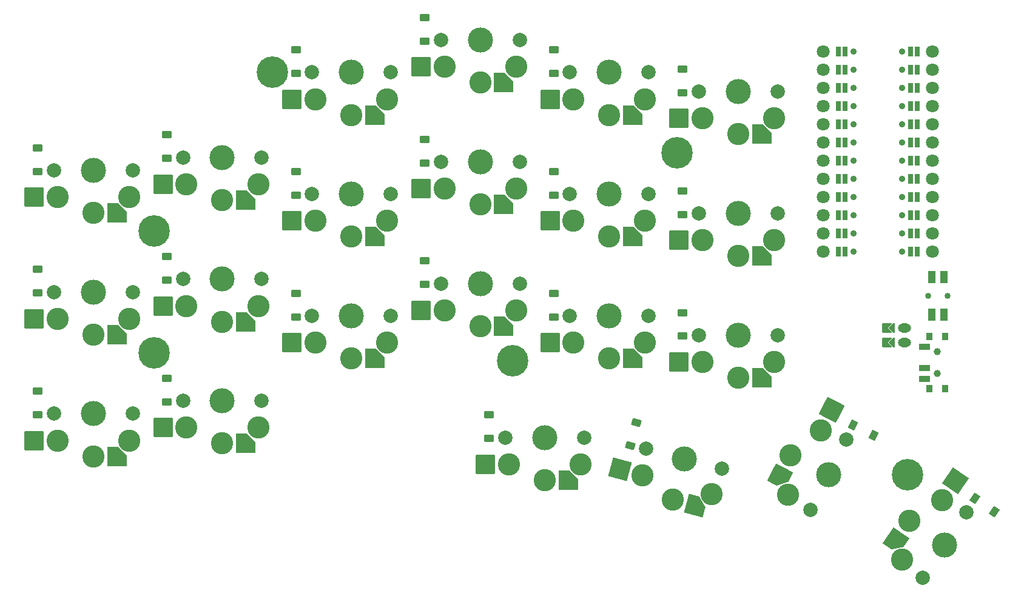
<source format=gbr>
%TF.GenerationSoftware,KiCad,Pcbnew,9.0.2*%
%TF.CreationDate,2025-06-08T10:39:33-06:00*%
%TF.ProjectId,scyboard,73637962-6f61-4726-942e-6b696361645f,1*%
%TF.SameCoordinates,Original*%
%TF.FileFunction,Soldermask,Bot*%
%TF.FilePolarity,Negative*%
%FSLAX46Y46*%
G04 Gerber Fmt 4.6, Leading zero omitted, Abs format (unit mm)*
G04 Created by KiCad (PCBNEW 9.0.2) date 2025-06-08 10:39:33*
%MOMM*%
%LPD*%
G01*
G04 APERTURE LIST*
G04 Aperture macros list*
%AMRoundRect*
0 Rectangle with rounded corners*
0 $1 Rounding radius*
0 $2 $3 $4 $5 $6 $7 $8 $9 X,Y pos of 4 corners*
0 Add a 4 corners polygon primitive as box body*
4,1,4,$2,$3,$4,$5,$6,$7,$8,$9,$2,$3,0*
0 Add four circle primitives for the rounded corners*
1,1,$1+$1,$2,$3*
1,1,$1+$1,$4,$5*
1,1,$1+$1,$6,$7*
1,1,$1+$1,$8,$9*
0 Add four rect primitives between the rounded corners*
20,1,$1+$1,$2,$3,$4,$5,0*
20,1,$1+$1,$4,$5,$6,$7,0*
20,1,$1+$1,$6,$7,$8,$9,0*
20,1,$1+$1,$8,$9,$2,$3,0*%
%AMFreePoly0*
4,1,16,0.635355,0.285355,0.650000,0.250000,0.650000,-1.000000,0.635355,-1.035355,0.600000,-1.050000,0.564645,-1.035355,0.000000,-0.470710,-0.564645,-1.035355,-0.600000,-1.050000,-0.635355,-1.035355,-0.650000,-1.000000,-0.650000,0.250000,-0.635355,0.285355,-0.600000,0.300000,0.600000,0.300000,0.635355,0.285355,0.635355,0.285355,$1*%
%AMFreePoly1*
4,1,14,0.035355,0.435355,0.635355,-0.164645,0.650000,-0.200000,0.650000,-0.400000,0.635355,-0.435355,0.600000,-0.450000,-0.600000,-0.450000,-0.635355,-0.435355,-0.650000,-0.400000,-0.650000,-0.200000,-0.635355,-0.164645,-0.035355,0.435355,0.000000,0.450000,0.035355,0.435355,0.035355,0.435355,$1*%
%AMFreePoly2*
4,1,14,1.335355,1.335356,1.350000,1.300000,1.350000,-1.300000,1.335356,-1.335355,1.300000,-1.350000,-0.117000,-1.350000,-0.152355,-1.335355,-1.335355,-0.152355,-1.350000,-0.117001,-1.350000,1.300000,-1.335356,1.335355,-1.300000,1.350000,1.300000,1.350000,1.335355,1.335356,1.335355,1.335356,$1*%
G04 Aperture macros list end*
%ADD10C,4.400000*%
%ADD11RoundRect,0.050000X-0.300000X-0.600000X0.300000X-0.600000X0.300000X0.600000X-0.300000X0.600000X0*%
%ADD12C,1.800000*%
%ADD13C,0.900000*%
%ADD14RoundRect,0.050000X-0.400000X0.500000X-0.400000X-0.500000X0.400000X-0.500000X0.400000X0.500000X0*%
%ADD15C,1.000000*%
%ADD16RoundRect,0.050000X-0.750000X0.350000X-0.750000X-0.350000X0.750000X-0.350000X0.750000X0.350000X0*%
%ADD17C,0.850000*%
%ADD18RoundRect,0.050000X0.500000X-0.775000X0.500000X0.775000X-0.500000X0.775000X-0.500000X-0.775000X0*%
%ADD19FreePoly0,90.000000*%
%ADD20O,1.850000X1.300000*%
%ADD21FreePoly1,90.000000*%
%ADD22C,2.000000*%
%ADD23C,3.100000*%
%ADD24C,3.500000*%
%ADD25FreePoly2,63.000000*%
%ADD26RoundRect,0.050000X0.568121X-1.748496X1.748496X0.568121X-0.568121X1.748496X-1.748496X-0.568121X0*%
%ADD27FreePoly2,180.000000*%
%ADD28RoundRect,0.050000X1.300000X1.300000X-1.300000X1.300000X-1.300000X-1.300000X1.300000X-1.300000X0*%
%ADD29RoundRect,0.050000X-0.463087X0.589958X-0.696024X-0.279375X0.463087X-0.589958X0.696024X0.279375X0*%
%ADD30RoundRect,0.050000X-0.600000X0.450000X-0.600000X-0.450000X0.600000X-0.450000X0.600000X0.450000X0*%
%ADD31FreePoly2,56.000000*%
%ADD32RoundRect,0.050000X0.350798X-1.804700X1.804700X0.350798X-0.350798X1.804700X-1.804700X-0.350798X0*%
%ADD33RoundRect,0.050000X0.708583X0.245786X-0.037551X0.749059X-0.708583X-0.245786X0.037551X-0.749059X0*%
%ADD34FreePoly2,165.000000*%
%ADD35RoundRect,0.050000X1.592168X0.919239X-0.919239X1.592168X-1.592168X-0.919239X0.919239X-1.592168X0*%
%ADD36RoundRect,0.050000X0.673347X0.330308X-0.128559X0.738900X-0.673347X-0.330308X0.128559X-0.738900X0*%
G04 APERTURE END LIST*
D10*
%TO.C,MH4*%
X131500000Y-63520000D03*
%TD*%
D11*
%TO.C,MCU1*%
X164980000Y-49445000D03*
D12*
X167120000Y-49445000D03*
D11*
X164980000Y-51985000D03*
D12*
X167120000Y-51985000D03*
D11*
X164980000Y-54525000D03*
D12*
X167120000Y-54525000D03*
D11*
X164980000Y-57065000D03*
D12*
X167120000Y-57065000D03*
D11*
X164980000Y-59605000D03*
D12*
X167120000Y-59605000D03*
D11*
X164980000Y-62145000D03*
D12*
X167120000Y-62145000D03*
D11*
X164980000Y-64685000D03*
D12*
X167120000Y-64685000D03*
D11*
X164980000Y-67225000D03*
D12*
X167120000Y-67225000D03*
D11*
X164980000Y-69765000D03*
D12*
X167120000Y-69765000D03*
D11*
X164980000Y-72305000D03*
D12*
X167120000Y-72305000D03*
D11*
X164980000Y-74845000D03*
D12*
X167120000Y-74845000D03*
D11*
X164980000Y-77385000D03*
D12*
X167120000Y-77385000D03*
X151880000Y-77385000D03*
D11*
X154020000Y-77385000D03*
D12*
X151880000Y-74845000D03*
D11*
X154020000Y-74845000D03*
D12*
X151880000Y-72305000D03*
D11*
X154020000Y-72305000D03*
D12*
X151880000Y-69765000D03*
D11*
X154020000Y-69765000D03*
D12*
X151880000Y-67225000D03*
D11*
X154020000Y-67225000D03*
D12*
X151880000Y-64685000D03*
D11*
X154020000Y-64685000D03*
D12*
X151880000Y-62145000D03*
D11*
X154020000Y-62145000D03*
D12*
X151880000Y-59605000D03*
D11*
X154020000Y-59605000D03*
D12*
X151880000Y-57065000D03*
D11*
X154020000Y-57065000D03*
D12*
X151880000Y-54525000D03*
D11*
X154020000Y-54525000D03*
D12*
X151880000Y-51985000D03*
D11*
X154020000Y-51985000D03*
D12*
X151880000Y-49445000D03*
D11*
X154020000Y-49445000D03*
X154920000Y-49445000D03*
D13*
X162900000Y-49445000D03*
D11*
X154920000Y-51985000D03*
D13*
X162900000Y-51985000D03*
D11*
X154920000Y-54525000D03*
D13*
X162900000Y-54525000D03*
D11*
X154920000Y-57065000D03*
D13*
X162900000Y-57065000D03*
D11*
X154920000Y-59605000D03*
D13*
X162900000Y-59605000D03*
D11*
X154920000Y-62145000D03*
D13*
X162900000Y-62145000D03*
D11*
X154920000Y-64685000D03*
D13*
X162900000Y-64685000D03*
D11*
X154920000Y-67225000D03*
D13*
X162900000Y-67225000D03*
D11*
X154920000Y-69765000D03*
D13*
X162900000Y-69765000D03*
D11*
X154920000Y-72305000D03*
D13*
X162900000Y-72305000D03*
D11*
X154920000Y-74845000D03*
D13*
X162900000Y-74845000D03*
D11*
X154920000Y-77385000D03*
D13*
X162900000Y-77385000D03*
X156100000Y-77385000D03*
D11*
X164080000Y-77385000D03*
D13*
X156100000Y-74845000D03*
D11*
X164080000Y-74845000D03*
D13*
X156100000Y-72305000D03*
D11*
X164080000Y-72305000D03*
D13*
X156100000Y-69765000D03*
D11*
X164080000Y-69765000D03*
D13*
X156100000Y-67225000D03*
D11*
X164080000Y-67225000D03*
D13*
X156100000Y-64685000D03*
D11*
X164080000Y-64685000D03*
D13*
X156100000Y-62145000D03*
D11*
X164080000Y-62145000D03*
D13*
X156100000Y-59605000D03*
D11*
X164080000Y-59605000D03*
D13*
X156100000Y-57065000D03*
D11*
X164080000Y-57065000D03*
D13*
X156100000Y-54525000D03*
D11*
X164080000Y-54525000D03*
D13*
X156100000Y-51985000D03*
D11*
X164080000Y-51985000D03*
D13*
X156100000Y-49445000D03*
D11*
X164080000Y-49445000D03*
%TD*%
D10*
%TO.C,MH5*%
X163650000Y-108520000D03*
%TD*%
D14*
%TO.C,PWR1*%
X166640000Y-89220000D03*
X166640000Y-96520000D03*
D15*
X167750000Y-91370000D03*
X167750000Y-94370000D03*
D14*
X168850000Y-89220000D03*
X168850000Y-96520000D03*
D16*
X165990000Y-90620000D03*
X165990000Y-93620000D03*
X165990000Y-95120000D03*
%TD*%
D10*
%TO.C,MH6*%
X108500000Y-92570000D03*
%TD*%
%TO.C,MH3*%
X75000000Y-52320000D03*
%TD*%
D17*
%TO.C,RST1*%
X169259000Y-83520000D03*
X166509000Y-83520000D03*
D18*
X168734000Y-80895000D03*
X167034000Y-80895000D03*
X168734000Y-86145000D03*
X167034000Y-86145000D03*
%TD*%
D19*
%TO.C,JST1*%
X160409000Y-90030000D03*
X160409000Y-88030000D03*
D20*
X163225000Y-88030000D03*
X163225000Y-90030000D03*
D21*
X161425000Y-88030000D03*
X161425000Y-90030000D03*
%TD*%
D10*
%TO.C,MH2*%
X58500000Y-91500000D03*
%TD*%
%TO.C,MH1*%
X58500000Y-74500000D03*
%TD*%
D22*
%TO.C,S21*%
X150103052Y-113420536D03*
D23*
X146988773Y-111272568D03*
X147298511Y-105818757D03*
D24*
X152600000Y-108520000D03*
D23*
X151528678Y-102362503D03*
D22*
X155096948Y-103619464D03*
D25*
X145811692Y-108736803D03*
D26*
X153015497Y-99444457D03*
%TD*%
D22*
%TO.C,S1*%
X55500000Y-100000000D03*
D23*
X55000000Y-103750000D03*
X50000000Y-105950000D03*
D24*
X50000000Y-100000000D03*
D23*
X45000000Y-103750000D03*
D22*
X44500000Y-100000000D03*
D27*
X53275000Y-105950000D03*
D28*
X41725000Y-103750000D03*
%TD*%
D29*
%TO.C,D20*%
X125769350Y-101231522D03*
X124915250Y-104419078D03*
%TD*%
D30*
%TO.C,D6*%
X60250000Y-61050000D03*
X60250000Y-64350000D03*
%TD*%
%TO.C,D14*%
X114250000Y-66170000D03*
X114250000Y-69470000D03*
%TD*%
%TO.C,D8*%
X78250000Y-66170000D03*
X78250000Y-69470000D03*
%TD*%
D22*
%TO.C,S7*%
X91500000Y-86320000D03*
D23*
X91000000Y-90070000D03*
X86000000Y-92270000D03*
D24*
X86000000Y-86320000D03*
D23*
X81000000Y-90070000D03*
D22*
X80500000Y-86320000D03*
D27*
X89275000Y-92270000D03*
D28*
X77725000Y-90070000D03*
%TD*%
D22*
%TO.C,S22*%
X165724439Y-122879707D03*
D23*
X162895145Y-120368214D03*
X163867226Y-114992802D03*
D24*
X168800000Y-118320000D03*
D23*
X168487074Y-112077839D03*
D22*
X171875561Y-113760293D03*
D31*
X162035870Y-117707900D03*
D32*
X170318430Y-109362741D03*
%TD*%
D22*
%TO.C,S5*%
X73500000Y-81200000D03*
D23*
X73000000Y-84950000D03*
X68000000Y-87150000D03*
D24*
X68000000Y-81200000D03*
D23*
X63000000Y-84950000D03*
D22*
X62500000Y-81200000D03*
D27*
X71275000Y-87150000D03*
D28*
X59725000Y-84950000D03*
%TD*%
D30*
%TO.C,D7*%
X78250000Y-83170000D03*
X78250000Y-86470000D03*
%TD*%
%TO.C,D16*%
X132250000Y-85870000D03*
X132250000Y-89170000D03*
%TD*%
%TO.C,D12*%
X96250000Y-44670000D03*
X96250000Y-47970000D03*
%TD*%
D22*
%TO.C,S10*%
X109500000Y-81820000D03*
D23*
X109000000Y-85570000D03*
X104000000Y-87770000D03*
D24*
X104000000Y-81820000D03*
D23*
X99000000Y-85570000D03*
D22*
X98500000Y-81820000D03*
D27*
X107275000Y-87770000D03*
D28*
X95725000Y-85570000D03*
%TD*%
D22*
%TO.C,S12*%
X109500000Y-47820000D03*
D23*
X109000000Y-51570000D03*
X104000000Y-53770000D03*
D24*
X104000000Y-47820000D03*
D23*
X99000000Y-51570000D03*
D22*
X98500000Y-47820000D03*
D27*
X107275000Y-53770000D03*
D28*
X95725000Y-51570000D03*
%TD*%
D22*
%TO.C,S2*%
X55500000Y-83000000D03*
D23*
X55000000Y-86750000D03*
X50000000Y-88950000D03*
D24*
X50000000Y-83000000D03*
D23*
X45000000Y-86750000D03*
D22*
X44500000Y-83000000D03*
D27*
X53275000Y-88950000D03*
D28*
X41725000Y-86750000D03*
%TD*%
D33*
%TO.C,D22*%
X175745212Y-113656368D03*
X173009388Y-111811032D03*
%TD*%
D22*
%TO.C,S3*%
X55500000Y-66000000D03*
D23*
X55000000Y-69750000D03*
X50000000Y-71950000D03*
D24*
X50000000Y-66000000D03*
D23*
X45000000Y-69750000D03*
D22*
X44500000Y-66000000D03*
D27*
X53275000Y-71950000D03*
D28*
X41725000Y-69750000D03*
%TD*%
D30*
%TO.C,D18*%
X132250000Y-51870000D03*
X132250000Y-55170000D03*
%TD*%
D22*
%TO.C,S13*%
X127500000Y-86320000D03*
D23*
X127000000Y-90070000D03*
X122000000Y-92270000D03*
D24*
X122000000Y-86320000D03*
D23*
X117000000Y-90070000D03*
D22*
X116500000Y-86320000D03*
D27*
X125275000Y-92270000D03*
D28*
X113725000Y-90070000D03*
%TD*%
D30*
%TO.C,D15*%
X114250000Y-49170000D03*
X114250000Y-52470000D03*
%TD*%
%TO.C,D5*%
X60250000Y-78050000D03*
X60250000Y-81350000D03*
%TD*%
%TO.C,D13*%
X114250000Y-83170000D03*
X114250000Y-86470000D03*
%TD*%
D22*
%TO.C,S9*%
X91500000Y-52320000D03*
D23*
X91000000Y-56070000D03*
X86000000Y-58270000D03*
D24*
X86000000Y-52320000D03*
D23*
X81000000Y-56070000D03*
D22*
X80500000Y-52320000D03*
D27*
X89275000Y-58270000D03*
D28*
X77725000Y-56070000D03*
%TD*%
D30*
%TO.C,D4*%
X60250000Y-95050000D03*
X60250000Y-98350000D03*
%TD*%
D22*
%TO.C,S15*%
X127500000Y-52320000D03*
D23*
X127000000Y-56070000D03*
X122000000Y-58270000D03*
D24*
X122000000Y-52320000D03*
D23*
X117000000Y-56070000D03*
D22*
X116500000Y-52320000D03*
D27*
X125275000Y-58270000D03*
D28*
X113725000Y-56070000D03*
%TD*%
D22*
%TO.C,S8*%
X91500000Y-69320000D03*
D23*
X91000000Y-73070000D03*
X86000000Y-75270000D03*
D24*
X86000000Y-69320000D03*
D23*
X81000000Y-73070000D03*
D22*
X80500000Y-69320000D03*
D27*
X89275000Y-75270000D03*
D28*
X77725000Y-73070000D03*
%TD*%
D30*
%TO.C,D3*%
X42250000Y-62850000D03*
X42250000Y-66150000D03*
%TD*%
%TO.C,D9*%
X78250000Y-49170000D03*
X78250000Y-52470000D03*
%TD*%
%TO.C,D19*%
X105250000Y-100170000D03*
X105250000Y-103470000D03*
%TD*%
D22*
%TO.C,S17*%
X145500000Y-72020000D03*
D23*
X145000000Y-75770000D03*
X140000000Y-77970000D03*
D24*
X140000000Y-72020000D03*
D23*
X135000000Y-75770000D03*
D22*
X134500000Y-72020000D03*
D27*
X143275000Y-77970000D03*
D28*
X131725000Y-75770000D03*
%TD*%
D22*
%TO.C,S11*%
X109500000Y-64820000D03*
D23*
X109000000Y-68570000D03*
X104000000Y-70770000D03*
D24*
X104000000Y-64820000D03*
D23*
X99000000Y-68570000D03*
D22*
X98500000Y-64820000D03*
D27*
X107275000Y-70770000D03*
D28*
X95725000Y-68570000D03*
%TD*%
D30*
%TO.C,D10*%
X96250000Y-78670000D03*
X96250000Y-81970000D03*
%TD*%
D22*
%TO.C,S19*%
X118500000Y-103320000D03*
D23*
X118000000Y-107070000D03*
X113000000Y-109270000D03*
D24*
X113000000Y-103320000D03*
D23*
X108000000Y-107070000D03*
D22*
X107500000Y-103320000D03*
D27*
X116275000Y-109270000D03*
D28*
X104725000Y-107070000D03*
%TD*%
D30*
%TO.C,D1*%
X42250000Y-96850000D03*
X42250000Y-100150000D03*
%TD*%
D22*
%TO.C,S20*%
X137752592Y-107703505D03*
D23*
X136299058Y-111196317D03*
X130900027Y-112027259D03*
D24*
X132440000Y-106280000D03*
D23*
X126639799Y-108608127D03*
D22*
X127127408Y-104856495D03*
D34*
X134063434Y-112874891D03*
D35*
X123476392Y-107760494D03*
%TD*%
D30*
%TO.C,D2*%
X42250000Y-79850000D03*
X42250000Y-83150000D03*
%TD*%
D22*
%TO.C,S18*%
X145500000Y-55020000D03*
D23*
X145000000Y-58770000D03*
X140000000Y-60970000D03*
D24*
X140000000Y-55020000D03*
D23*
X135000000Y-58770000D03*
D22*
X134500000Y-55020000D03*
D27*
X143275000Y-60970000D03*
D28*
X131725000Y-58770000D03*
%TD*%
D36*
%TO.C,D21*%
X158925061Y-103044784D03*
X155984739Y-101546616D03*
%TD*%
D22*
%TO.C,S16*%
X145500000Y-89020000D03*
D23*
X145000000Y-92770000D03*
X140000000Y-94970000D03*
D24*
X140000000Y-89020000D03*
D23*
X135000000Y-92770000D03*
D22*
X134500000Y-89020000D03*
D27*
X143275000Y-94970000D03*
D28*
X131725000Y-92770000D03*
%TD*%
D22*
%TO.C,S4*%
X73500000Y-98200000D03*
D23*
X73000000Y-101950000D03*
X68000000Y-104150000D03*
D24*
X68000000Y-98200000D03*
D23*
X63000000Y-101950000D03*
D22*
X62500000Y-98200000D03*
D27*
X71275000Y-104150000D03*
D28*
X59725000Y-101950000D03*
%TD*%
D30*
%TO.C,D17*%
X132250000Y-68870000D03*
X132250000Y-72170000D03*
%TD*%
D22*
%TO.C,S6*%
X73500000Y-64200000D03*
D23*
X73000000Y-67950000D03*
X68000000Y-70150000D03*
D24*
X68000000Y-64200000D03*
D23*
X63000000Y-67950000D03*
D22*
X62500000Y-64200000D03*
D27*
X71275000Y-70150000D03*
D28*
X59725000Y-67950000D03*
%TD*%
D30*
%TO.C,D11*%
X96250000Y-61670000D03*
X96250000Y-64970000D03*
%TD*%
D22*
%TO.C,S14*%
X127500000Y-69320000D03*
D23*
X127000000Y-73070000D03*
X122000000Y-75270000D03*
D24*
X122000000Y-69320000D03*
D23*
X117000000Y-73070000D03*
D22*
X116500000Y-69320000D03*
D27*
X125275000Y-75270000D03*
D28*
X113725000Y-73070000D03*
%TD*%
M02*

</source>
